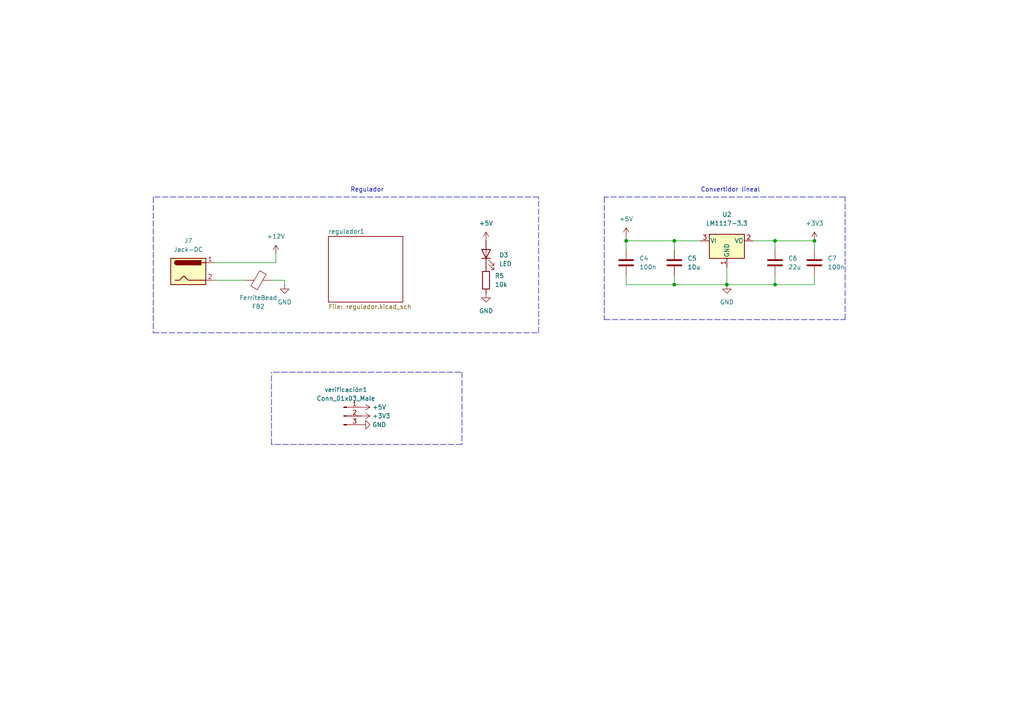
<source format=kicad_sch>
(kicad_sch (version 20211123) (generator eeschema)
  (paper "A4")
  (lib_symbols
    (symbol "Connector:Conn_01x03_Male" (pin_names (offset 1.016) hide)
      (property "Reference" "J" (at 0 5.08 0))
      (property "Value" "Conn_01x03_Male" (at 0 -5.08 0))
      (symbol "Conn_01x03_Male_1_1"
        (polyline (pts (xy 1.27 -2.54) (xy 0.8636 -2.54)) (stroke (width 0.1524)))
        (polyline (pts (xy 1.27 0) (xy 0.8636 0)) (stroke (width 0.1524)))
        (polyline (pts (xy 1.27 2.54) (xy 0.8636 2.54)) (stroke (width 0.1524)))
        (rectangle (start 0.8636 -2.413) (end 0 -2.667) (stroke (width 0.1524)) (fill (type outline)))
        (rectangle (start 0.8636 0.127) (end 0 -0.127) (stroke (width 0.1524)) (fill (type outline)))
        (rectangle (start 0.8636 2.667) (end 0 2.413) (stroke (width 0.1524)) (fill (type outline)))
        (pin passive line (at 5.08 2.54 180) (length 3.81) (name "Pin_1") (number "1"))
        (pin passive line (at 5.08 0 180) (length 3.81) (name "Pin_2") (number "2"))
        (pin passive line (at 5.08 -2.54 180) (length 3.81) (name "Pin_3") (number "3"))
      )
    )
    (symbol "Connector:Jack-DC" (pin_names (offset 1.016))
      (property "Reference" "J" (at 0 5.334 0))
      (property "Value" "Jack-DC" (at 0 -5.08 0))
      (symbol "Jack-DC_0_1"
        (rectangle (start -5.08 3.81) (end 5.08 -3.81) (stroke (width 0.254)) (fill (type background)))
        (arc (start -3.302 3.175) (mid -3.937 2.54) (end -3.302 1.905) (stroke (width 0.254)))
        (arc (start -3.302 3.175) (mid -3.937 2.54) (end -3.302 1.905) (stroke (width 0.254)) (fill (type outline)))
        (polyline (pts (xy 5.08 2.54) (xy 3.81 2.54)) (stroke (width 0.254)))
        (polyline (pts (xy -3.81 -2.54) (xy -2.54 -2.54) (xy -1.27 -1.27) (xy 0 -2.54) (xy 2.54 -2.54) (xy 5.08 -2.54)) (stroke (width 0.254)))
        (rectangle (start 3.683 3.175) (end -3.302 1.905) (stroke (width 0.254)) (fill (type outline)))
      )
      (symbol "Jack-DC_1_1"
        (pin passive line (at 7.62 2.54 180) (length 2.54) (name "~") (number "1"))
        (pin passive line (at 7.62 -2.54 180) (length 2.54) (name "~") (number "2"))
      )
    )
    (symbol "Device:C" (pin_numbers hide) (pin_names (offset 0.254))
      (property "Reference" "C" (at 0.635 2.54 0))
      (property "Value" "C" (at 0.635 -2.54 0))
      (symbol "C_0_1"
        (polyline (pts (xy -2.032 -0.762) (xy 2.032 -0.762)) (stroke (width 0.508)))
        (polyline (pts (xy -2.032 0.762) (xy 2.032 0.762)) (stroke (width 0.508)))
      )
      (symbol "C_1_1"
        (pin passive line (at 0 3.81 270) (length 2.794) (name "~") (number "1"))
        (pin passive line (at 0 -3.81 90) (length 2.794) (name "~") (number "2"))
      )
    )
    (symbol "Device:FerriteBead" (pin_numbers hide) (pin_names (offset 0))
      (property "Reference" "FB" (at -3.81 0.635 90))
      (property "Value" "FerriteBead" (at 3.81 0 90))
      (symbol "FerriteBead_0_1"
        (polyline (pts (xy 0 -1.27) (xy 0 -1.2192)))
        (polyline (pts (xy 0 1.27) (xy 0 1.2954)))
        (polyline (pts (xy -2.7686 0.4064) (xy -1.7018 2.2606) (xy 2.7686 -0.3048) (xy 1.6764 -2.159) (xy -2.7686 0.4064)))
      )
      (symbol "FerriteBead_1_1"
        (pin passive line (at 0 3.81 270) (length 2.54) (name "~") (number "1"))
        (pin passive line (at 0 -3.81 90) (length 2.54) (name "~") (number "2"))
      )
    )
    (symbol "Device:LED" (pin_numbers hide) (pin_names (offset 1.016) hide)
      (property "Reference" "D" (at 0 2.54 0))
      (property "Value" "LED" (at 0 -2.54 0))
      (symbol "LED_0_1"
        (polyline (pts (xy -1.27 -1.27) (xy -1.27 1.27)) (stroke (width 0.254)))
        (polyline (pts (xy -1.27 0) (xy 1.27 0)))
        (polyline (pts (xy 1.27 -1.27) (xy 1.27 1.27) (xy -1.27 0) (xy 1.27 -1.27)) (stroke (width 0.254)))
        (polyline (pts (xy -3.048 -0.762) (xy -4.572 -2.286) (xy -3.81 -2.286) (xy -4.572 -2.286) (xy -4.572 -1.524)))
        (polyline (pts (xy -1.778 -0.762) (xy -3.302 -2.286) (xy -2.54 -2.286) (xy -3.302 -2.286) (xy -3.302 -1.524)))
      )
      (symbol "LED_1_1"
        (pin passive line (at -3.81 0 0) (length 2.54) (name "K") (number "1"))
        (pin passive line (at 3.81 0 180) (length 2.54) (name "A") (number "2"))
      )
    )
    (symbol "Device:R" (pin_numbers hide) (pin_names (offset 0))
      (property "Reference" "R" (at 2.032 0 90))
      (property "Value" "R" (at 0 0 90))
      (symbol "R_0_1"
        (rectangle (start -1.016 -2.54) (end 1.016 2.54) (stroke (width 0.254)))
      )
      (symbol "R_1_1"
        (pin passive line (at 0 3.81 270) (length 1.27) (name "~") (number "1"))
        (pin passive line (at 0 -3.81 90) (length 1.27) (name "~") (number "2"))
      )
    )
    (symbol "Regulator_Linear:LM1117-3.3" (pin_names (offset 0.254))
      (property "Reference" "U" (at -3.81 3.175 0))
      (property "Value" "LM1117-3.3" (at 0 3.175 0))
      (symbol "LM1117-3.3_0_1"
        (rectangle (start -5.08 -5.08) (end 5.08 1.905) (stroke (width 0.254)) (fill (type background)))
      )
      (symbol "LM1117-3.3_1_1"
        (pin power_in line (at 0 -7.62 90) (length 2.54) (name "GND") (number "1"))
        (pin power_out line (at 7.62 0 180) (length 2.54) (name "VO") (number "2"))
        (pin power_in line (at -7.62 0 0) (length 2.54) (name "VI") (number "3"))
      )
    )
    (symbol "power:+12V" (power) (pin_names (offset 0))
      (property "Value" "+12V" (at 0 3.556 0))
      (symbol "+12V_0_1"
        (polyline (pts (xy -0.762 1.27) (xy 0 2.54)))
        (polyline (pts (xy 0 0) (xy 0 2.54)))
        (polyline (pts (xy 0 2.54) (xy 0.762 1.27)))
      )
      (symbol "+12V_1_1"
        (pin power_in line (at 0 0 90) (length 0) hide (name "+12V") (number "1"))
      )
    )
    (symbol "power:+3.3V" (power) (pin_names (offset 0))
      (property "Value" "+3.3V" (at 0 3.556 0))
      (symbol "+3.3V_0_1"
        (polyline (pts (xy -0.762 1.27) (xy 0 2.54)))
        (polyline (pts (xy 0 0) (xy 0 2.54)))
        (polyline (pts (xy 0 2.54) (xy 0.762 1.27)))
      )
      (symbol "+3.3V_1_1"
        (pin power_in line (at 0 0 90) (length 0) hide (name "+3V3") (number "1"))
      )
    )
    (symbol "power:+5V" (power) (pin_names (offset 0))
      (property "Value" "+5V" (at 0 3.556 0))
      (symbol "+5V_0_1"
        (polyline (pts (xy -0.762 1.27) (xy 0 2.54)))
        (polyline (pts (xy 0 0) (xy 0 2.54)))
        (polyline (pts (xy 0 2.54) (xy 0.762 1.27)))
      )
      (symbol "+5V_1_1"
        (pin power_in line (at 0 0 90) (length 0) hide (name "+5V") (number "1"))
      )
    )
    (symbol "power:GND" (power) (pin_names (offset 0))
      (property "Value" "GND" (at 0 -3.81 0))
      (symbol "GND_0_1"
        (polyline (pts (xy 0 0) (xy 0 -1.27) (xy 1.27 -1.27) (xy 0 -2.54) (xy -1.27 -1.27) (xy 0 -1.27)))
      )
      (symbol "GND_1_1"
        (pin power_in line (at 0 0 270) (length 0) hide (name "GND") (number "1"))
      )
    )
  )
  (junction (at 195.58 69.85))
  (junction (at 224.79 82.55))
  (junction (at 210.82 82.55))
  (junction (at 236.22 69.85))
  (junction (at 195.58 82.55))
  (junction (at 181.61 69.85))
  (junction (at 224.79 69.85))
  (wire (pts (xy 62.23 81.28) (xy 71.12 81.28)))
  (wire (pts (xy 181.61 69.85) (xy 195.58 69.85)))
  (polyline (pts (xy 79.375 107.95) (xy 133.985 107.95)))
  (wire (pts (xy 62.23 76.2) (xy 80.01 76.2)))
  (polyline (pts (xy 133.985 107.95) (xy 133.985 128.905)))
  (wire (pts (xy 236.22 82.55) (xy 224.79 82.55)))
  (wire (pts (xy 181.61 68.58) (xy 181.61 69.85)))
  (wire (pts (xy 218.44 69.85) (xy 224.79 69.85)))
  (wire (pts (xy 195.58 82.55) (xy 210.82 82.55)))
  (wire (pts (xy 210.82 82.55) (xy 224.79 82.55)))
  (wire (pts (xy 236.22 69.85) (xy 236.22 72.39)))
  (wire (pts (xy 210.82 77.47) (xy 210.82 82.55)))
  (wire (pts (xy 224.79 80.01) (xy 224.79 82.55)))
  (wire (pts (xy 181.61 69.85) (xy 181.61 72.39)))
  (wire (pts (xy 181.61 80.01) (xy 181.61 82.55)))
  (wire (pts (xy 195.58 80.01) (xy 195.58 82.55)))
  (wire (pts (xy 224.79 69.85) (xy 236.22 69.85)))
  (polyline (pts (xy 44.45 96.52) (xy 156.21 96.52)))
  (wire (pts (xy 181.61 82.55) (xy 195.58 82.55)))
  (polyline (pts (xy 175.26 57.15) (xy 175.26 92.71)))
  (polyline (pts (xy 245.11 57.15) (xy 175.26 57.15)))
  (polyline (pts (xy 133.985 128.905) (xy 78.74 128.905)))
  (polyline (pts (xy 175.26 92.71) (xy 245.11 92.71)))
  (wire (pts (xy 82.55 81.28) (xy 82.55 82.55)))
  (polyline (pts (xy 78.74 128.905) (xy 78.74 107.95)))
  (wire (pts (xy 224.79 72.39) (xy 224.79 69.85)))
  (polyline (pts (xy 44.45 57.15) (xy 44.45 96.52)))
  (polyline (pts (xy 156.21 57.15) (xy 44.45 57.15)))
  (polyline (pts (xy 245.11 92.71) (xy 245.11 57.15)))
  (wire (pts (xy 195.58 72.39) (xy 195.58 69.85)))
  (wire (pts (xy 78.74 81.28) (xy 82.55 81.28)))
  (wire (pts (xy 80.01 73.66) (xy 80.01 76.2)))
  (wire (pts (xy 195.58 69.85) (xy 203.2 69.85)))
  (wire (pts (xy 236.22 80.01) (xy 236.22 82.55)))
  (polyline (pts (xy 156.21 96.52) (xy 156.21 57.15)))
  (text "Convertidor lineal\n" (at 203.2 55.88 0) (effects (font (size 1.27 1.27)) (justify left bottom)))
  (text "Regulador\n" (at 101.6 55.88 0) (effects (font (size 1.27 1.27)) (justify left bottom)))
  (symbol (lib_id "power:+3.3V") (at 104.775 120.65 270) (unit 1)
    (property "Reference" "#PWR0106" (effects hide))
    (property "Value" "+3.3V" (at 107.95 120.6499 90) (effects (justify left)))
  )
  (symbol (lib_id "Device:C") (at 236.22 76.2 0) (unit 1)
    (property "Reference" "C7" (at 240.03 74.9299 0) (effects (justify left)))
    (property "Value" "100n" (at 240.03 77.4699 0) (effects (justify left)))
    (property "Footprint" "Capacitor_SMD:C_0805_2012Metric_Pad1.18x1.45mm_HandSolder" (effects hide))
  )
  (symbol (lib_id "Device:C") (at 181.61 76.2 0) (unit 1)
    (property "Reference" "C4" (at 185.42 74.9299 0) (effects (justify left)))
    (property "Value" "100n" (at 185.42 77.4699 0) (effects (justify left)))
    (property "Footprint" "Capacitor_SMD:C_0805_2012Metric_Pad1.18x1.45mm_HandSolder" (effects hide))
  )
  (symbol (lib_id "Regulator_Linear:LM1117-3.3") (at 210.82 69.85 0) (unit 1)
    (property "Reference" "U2" (at 210.82 62.23 0))
    (property "Value" "LM1117-3.3" (at 210.82 64.77 0))
    (property "Footprint" "Package_TO_SOT_SMD:TO-252-2" (effects hide))
    (property "Datasheet" "http://www.ti.com/lit/ds/symlink/lm1117.pdf" (effects hide))
    (property "compra" "https://articulo.mercadolibre.com.co/MCO-453714164-regulador-voltaje-33-voltios-asm1117-arduino-_JM" (effects hide))
  )
  (symbol (lib_id "power:GND") (at 82.55 82.55 0) (unit 1)
    (property "Reference" "#PWR035" (effects hide))
    (property "Value" "GND" (at 82.55 87.63 0))
  )
  (symbol (lib_id "power:GND") (at 104.775 123.19 90) (unit 1)
    (property "Reference" "#PWR0107" (effects hide))
    (property "Value" "GND" (at 107.95 123.1899 90) (effects (justify right)))
  )
  (symbol (lib_id "power:+3.3V") (at 236.22 69.85 0) (unit 1)
    (property "Reference" "#PWR041" (effects hide))
    (property "Value" "+3.3V" (at 236.22 64.77 0))
  )
  (symbol (lib_id "Device:FerriteBead") (at 74.93 81.28 270) (unit 1)
    (property "Reference" "FB2" (at 74.93 88.9 90))
    (property "Value" "FerriteBead" (at 74.93 86.36 90))
    (property "Footprint" "Resistor_SMD:R_0603_1608Metric_Pad0.98x0.95mm_HandSolder" (effects hide))
  )
  (symbol (lib_id "power:GND") (at 210.82 82.55 0) (unit 1)
    (property "Reference" "#PWR040" (effects hide))
    (property "Value" "GND" (at 210.82 87.63 0))
  )
  (symbol (lib_id "power:+5V") (at 181.61 68.58 0) (unit 1)
    (property "Reference" "#PWR039" (effects hide))
    (property "Value" "+5V" (at 181.61 63.5 0))
  )
  (symbol (lib_id "power:+5V") (at 104.775 118.11 270) (unit 1)
    (property "Reference" "#PWR0105" (effects hide))
    (property "Value" "+5V" (at 107.95 118.1099 90) (effects (justify left)))
  )
  (symbol (lib_id "Connector:Conn_01x03_Male") (at 99.695 120.65 0) (unit 1)
    (property "Reference" "verificación1" (at 100.33 113.03 0))
    (property "Value" "Conn_01x03_Male" (at 100.33 115.57 0))
    (property "Footprint" "Connector_PinHeader_2.54mm:PinHeader_1x03_P2.54mm_Vertical" (effects hide))
  )
  (symbol (lib_id "Connector:Jack-DC") (at 54.61 78.74 0) (unit 1)
    (property "Reference" "J7" (at 54.61 69.85 0))
    (property "Value" "Jack-DC" (at 54.61 72.39 0))
    (property "Footprint" "Connector_BarrelJack:BarrelJack_Horizontal" (effects hide))
  )
  (symbol (lib_id "Device:C") (at 195.58 76.2 0) (unit 1)
    (property "Reference" "C5" (at 199.39 74.9299 0) (effects (justify left)))
    (property "Value" "10u" (at 199.39 77.4699 0) (effects (justify left)))
    (property "Footprint" "Capacitor_SMD:C_0805_2012Metric_Pad1.18x1.45mm_HandSolder" (effects hide))
  )
  (symbol (lib_id "power:+12V") (at 80.01 73.66 0) (unit 1)
    (property "Reference" "#PWR034" (effects hide))
    (property "Value" "+12V" (at 80.01 68.58 0))
  )
  (symbol (lib_id "Device:R") (at 140.97 81.28 0) (unit 1)
    (property "Reference" "R5" (at 143.51 80.0099 0) (effects (justify left)))
    (property "Value" "10k" (at 143.51 82.5499 0) (effects (justify left)))
    (property "Footprint" "Resistor_SMD:R_0805_2012Metric_Pad1.20x1.40mm_HandSolder" (effects hide))
  )
  (symbol (lib_id "Device:C") (at 224.79 76.2 0) (unit 1)
    (property "Reference" "C6" (at 228.6 74.9299 0) (effects (justify left)))
    (property "Value" "22u" (at 228.6 77.4699 0) (effects (justify left)))
    (property "Footprint" "Capacitor_SMD:C_0805_2012Metric_Pad1.18x1.45mm_HandSolder" (effects hide))
  )
  (symbol (lib_id "Device:LED") (at 140.97 73.66 90) (unit 1)
    (property "Reference" "D3" (at 144.78 73.9774 90) (effects (justify right)))
    (property "Value" "LED" (at 144.78 76.5174 90) (effects (justify right)))
    (property "Footprint" "LED_SMD:LED_1206_3216Metric_Pad1.42x1.75mm_HandSolder" (effects hide))
  )
  (symbol (lib_id "power:GND") (at 140.97 85.09 0) (unit 1)
    (property "Reference" "#PWR038" (effects hide))
    (property "Value" "GND" (at 140.97 90.17 0))
  )
  (symbol (lib_id "power:+5V") (at 140.97 69.85 0) (unit 1)
    (property "Reference" "#PWR037" (effects hide))
    (property "Value" "+5V" (at 140.97 64.77 0))
  )
  (sheet (at 95.25 68.58) (size 21.59 19.05) (stroke (width 0.1524))
    (property "Sheet name" "regulador1" (at 95.25 67.8684 0) (effects (justify left bottom)))
    (property "Sheet file" "regulador.kicad_sch" (at 95.25 88.2146 0) (effects (justify left top)))
  )
)
</source>
